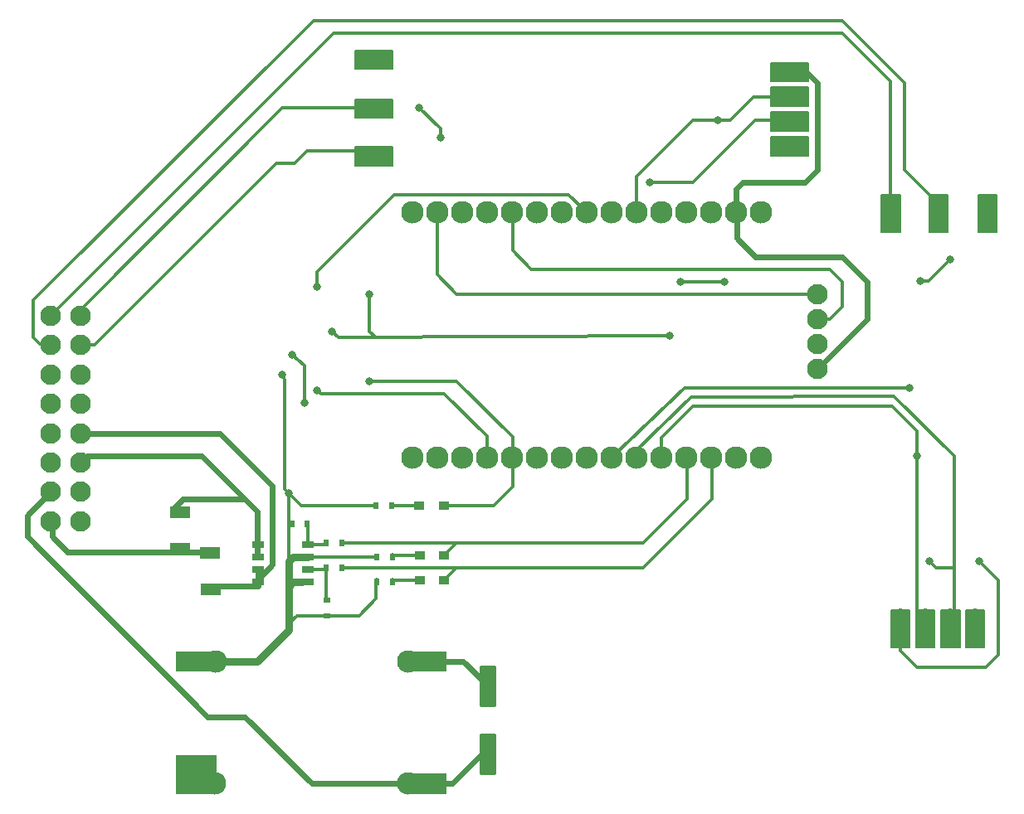
<source format=gbr>
%FSLAX34Y34*%
%MOMM*%
%LNCOPPER_TOP*%
G71*
G01*
%ADD10C, 0.00*%
%ADD11C, 2.30*%
%ADD12C, 2.10*%
%ADD13C, 0.40*%
%ADD14R, 2.00X1.30*%
%ADD15R, 1.27X0.65*%
%ADD16C, 0.30*%
%ADD17R, 0.60X0.80*%
%ADD18R, 0.80X0.60*%
%ADD19C, 0.80*%
%ADD20C, 0.80*%
%ADD21C, 0.60*%
%ADD22C, 2.00*%
%ADD23C, 0.15*%
%ADD24R, 1.05X0.90*%
%LPD*%
G36*
X500247Y164916D02*
X460247Y164916D01*
X460247Y184916D01*
X500247Y184916D01*
X500247Y164916D01*
G37*
G54D10*
X500247Y164916D02*
X460247Y164916D01*
X460247Y184916D01*
X500247Y184916D01*
X500247Y164916D01*
G36*
X265297Y164916D02*
X225297Y164916D01*
X225297Y184916D01*
X265297Y184916D01*
X265297Y164916D01*
G37*
G54D10*
X265297Y164916D02*
X225297Y164916D01*
X225297Y184916D01*
X265297Y184916D01*
X265297Y164916D01*
G36*
X500247Y39822D02*
X460247Y39822D01*
X460247Y59822D01*
X500247Y59822D01*
X500247Y39822D01*
G37*
G54D10*
X500247Y39822D02*
X460247Y39822D01*
X460247Y59822D01*
X500247Y59822D01*
X500247Y39822D01*
G36*
X265297Y39822D02*
X225297Y39822D01*
X225297Y59822D01*
X265297Y59822D01*
X265297Y39822D01*
G37*
G54D10*
X265297Y39822D02*
X225297Y39822D01*
X225297Y59822D01*
X265297Y59822D01*
X265297Y39822D01*
X461798Y49947D02*
G54D11*
D03*
X265217Y174796D02*
G54D11*
D03*
X462067Y174796D02*
G54D11*
D03*
G36*
X265297Y58872D02*
X225297Y58872D01*
X225297Y78872D01*
X265297Y78872D01*
X265297Y58872D01*
G37*
G54D10*
X265297Y58872D02*
X225297Y58872D01*
X225297Y78872D01*
X265297Y78872D01*
X265297Y58872D01*
X264948Y49947D02*
G54D11*
D03*
X97310Y527600D02*
G54D12*
D03*
X127310Y527600D02*
G54D12*
D03*
X97310Y497600D02*
G54D12*
D03*
X127310Y497600D02*
G54D12*
D03*
X97310Y467600D02*
G54D12*
D03*
X127310Y467600D02*
G54D12*
D03*
X97310Y437600D02*
G54D12*
D03*
X127310Y437600D02*
G54D12*
D03*
X97310Y407600D02*
G54D12*
D03*
X127310Y407600D02*
G54D12*
D03*
X97310Y377600D02*
G54D12*
D03*
X127310Y377600D02*
G54D12*
D03*
X97310Y347600D02*
G54D12*
D03*
X127310Y347600D02*
G54D12*
D03*
X97310Y317600D02*
G54D12*
D03*
X127310Y317600D02*
G54D12*
D03*
G36*
X536900Y168600D02*
X549600Y168600D01*
X549600Y143200D01*
X549600Y130500D01*
X536900Y130500D01*
X536900Y168600D01*
G37*
G54D10*
X536900Y168600D02*
X549600Y168600D01*
X549600Y143200D01*
X549600Y130500D01*
X536900Y130500D01*
X536900Y168600D01*
G54D13*
X536900Y130500D02*
X536900Y168600D01*
X549600Y168600D01*
X549600Y143200D01*
X549600Y130500D01*
X536900Y130500D01*
X821887Y632913D02*
G54D11*
D03*
X821887Y382913D02*
G54D11*
D03*
X796487Y632913D02*
G54D11*
D03*
X796487Y382913D02*
G54D11*
D03*
X771087Y632913D02*
G54D11*
D03*
X771087Y382913D02*
G54D11*
D03*
X745687Y632913D02*
G54D11*
D03*
X745687Y382913D02*
G54D11*
D03*
X720287Y632913D02*
G54D11*
D03*
X720287Y382913D02*
G54D11*
D03*
X694887Y632913D02*
G54D11*
D03*
X694887Y382913D02*
G54D11*
D03*
X669487Y632913D02*
G54D11*
D03*
X669487Y382913D02*
G54D11*
D03*
X644087Y632913D02*
G54D11*
D03*
X644087Y382913D02*
G54D11*
D03*
X618687Y632913D02*
G54D11*
D03*
X618687Y382913D02*
G54D11*
D03*
X593287Y632913D02*
G54D11*
D03*
X593288Y382913D02*
G54D11*
D03*
X567887Y632913D02*
G54D11*
D03*
X567887Y382913D02*
G54D11*
D03*
X542487Y632913D02*
G54D11*
D03*
X542487Y382913D02*
G54D11*
D03*
X517087Y632913D02*
G54D11*
D03*
X517087Y382913D02*
G54D11*
D03*
X491687Y632913D02*
G54D11*
D03*
X491687Y382913D02*
G54D11*
D03*
X466287Y632913D02*
G54D11*
D03*
X466287Y382913D02*
G54D11*
D03*
X229470Y289284D02*
G54D14*
D03*
X229370Y326884D02*
G54D14*
D03*
X260051Y285710D02*
G54D14*
D03*
X260151Y248110D02*
G54D14*
D03*
X359600Y293800D02*
G54D15*
D03*
X359600Y281100D02*
G54D15*
D03*
X359600Y268400D02*
G54D15*
D03*
X359600Y255700D02*
G54D15*
D03*
X308800Y255700D02*
G54D15*
D03*
X308800Y268400D02*
G54D15*
D03*
X308800Y281100D02*
G54D15*
D03*
X308800Y293800D02*
G54D15*
D03*
G54D16*
X359101Y268771D02*
X378151Y268771D01*
G54D16*
X360161Y294008D02*
X376654Y294180D01*
X359044Y315079D02*
G54D17*
D03*
X343144Y315079D02*
G54D17*
D03*
X394453Y295251D02*
G54D17*
D03*
X378552Y295251D02*
G54D17*
D03*
X394453Y269851D02*
G54D17*
D03*
X378552Y269851D02*
G54D17*
D03*
X378881Y221273D02*
G54D18*
D03*
X378881Y237174D02*
G54D18*
D03*
G54D19*
X353250Y255700D02*
X344600Y255700D01*
X340610Y251598D01*
X340050Y346400D02*
G54D20*
D03*
G54D21*
X222411Y324001D02*
X222411Y330361D01*
X232100Y340050D01*
X295600Y340050D01*
X308300Y327350D01*
X308300Y281600D01*
X308800Y281100D01*
G54D19*
X239817Y174796D02*
X308146Y174796D01*
X340050Y206700D01*
X340050Y276550D01*
X344611Y281110D01*
X359600Y281100D01*
G54D16*
X429693Y258120D02*
X428950Y257378D01*
X428950Y238450D01*
X411773Y221273D01*
X378881Y221273D01*
X348273Y221273D01*
X340050Y213050D01*
G54D16*
X394453Y269851D02*
X701651Y269851D01*
X771850Y340050D01*
X771850Y382150D01*
X771087Y382913D01*
G54D16*
X394453Y295251D02*
X701651Y295251D01*
X746450Y340050D01*
X746450Y382150D01*
X745687Y382913D01*
G54D16*
X333700Y467050D02*
X335597Y462597D01*
X335597Y350853D01*
X340050Y346400D01*
X340050Y276550D01*
G54D21*
X462067Y174796D02*
X518004Y174796D01*
X543250Y149550D01*
G54D21*
X97310Y347600D02*
X73350Y323640D01*
X73350Y301950D01*
X257500Y117800D01*
X295600Y117800D01*
X363453Y49947D01*
X461798Y49947D01*
X507022Y49822D01*
X536900Y79700D01*
G54D21*
X260611Y286401D02*
X114299Y286401D01*
X98750Y301950D01*
X98750Y316160D01*
X97310Y317600D01*
G54D21*
X308800Y255700D02*
X308800Y258000D01*
X323500Y273085D01*
X323500Y354096D01*
X270220Y407436D01*
X127310Y407600D01*
G54D16*
X359600Y293800D02*
X359600Y314523D01*
X359044Y315079D01*
G54D16*
X378552Y269851D02*
X378552Y238852D01*
X378150Y238450D01*
G54D21*
X295600Y340050D02*
X251150Y384500D01*
X134210Y384500D01*
X127310Y377600D01*
G54D16*
X740100Y562300D02*
X784550Y562300D01*
X740100Y562300D02*
G54D20*
D03*
X784550Y562300D02*
G54D20*
D03*
G54D16*
X368799Y451001D02*
X373173Y447992D01*
X498800Y448000D01*
X542271Y404406D01*
X542316Y383157D01*
X368799Y451001D02*
G54D20*
D03*
G54D16*
X422600Y460700D02*
X511500Y460700D01*
X568650Y403550D01*
X568650Y383676D01*
X567887Y382913D01*
X568650Y382150D01*
X568650Y352750D01*
X549600Y333700D01*
X498100Y333700D01*
X422600Y460700D02*
G54D20*
D03*
X333700Y467050D02*
G54D20*
D03*
X841022Y751306D02*
G54D22*
D03*
X841022Y725906D02*
G54D22*
D03*
X841022Y700506D02*
G54D22*
D03*
X841022Y776706D02*
G54D22*
D03*
X433213Y739453D02*
G54D22*
D03*
X433213Y690325D02*
G54D22*
D03*
X432499Y789296D02*
G54D22*
D03*
G36*
X870159Y785949D02*
X870159Y766899D01*
X832059Y766899D01*
X832059Y785949D01*
X870159Y785949D01*
G37*
G54D10*
X870159Y785949D02*
X870159Y766899D01*
X832059Y766899D01*
X832059Y785949D01*
X870159Y785949D01*
G54D23*
X832059Y785949D02*
X870159Y785949D01*
X870159Y766899D01*
X832059Y766899D01*
X832059Y785949D01*
G36*
X870159Y761025D02*
X870159Y741975D01*
X832059Y741975D01*
X832059Y761025D01*
X870159Y761025D01*
G37*
G54D10*
X870159Y761025D02*
X870159Y741975D01*
X832059Y741975D01*
X832059Y761025D01*
X870159Y761025D01*
G54D23*
X832059Y761025D02*
X870159Y761025D01*
X870159Y741975D01*
X832059Y741975D01*
X832059Y761025D01*
G36*
X870159Y735387D02*
X870159Y716337D01*
X832059Y716337D01*
X832059Y735387D01*
X870159Y735387D01*
G37*
G54D10*
X870159Y735387D02*
X870159Y716337D01*
X832059Y716337D01*
X832059Y735387D01*
X870159Y735387D01*
G54D23*
X832059Y735387D02*
X870159Y735387D01*
X870159Y716337D01*
X832059Y716337D01*
X832059Y735387D01*
G36*
X870159Y709987D02*
X870159Y690937D01*
X832059Y690937D01*
X832059Y709987D01*
X870159Y709987D01*
G37*
G54D10*
X870159Y709987D02*
X870159Y690937D01*
X832059Y690937D01*
X832059Y709987D01*
X870159Y709987D01*
G54D23*
X832059Y709987D02*
X870159Y709987D01*
X870159Y690937D01*
X832059Y690937D01*
X832059Y709987D01*
G36*
X445947Y798649D02*
X445947Y779599D01*
X407847Y779599D01*
X407847Y798649D01*
X445947Y798649D01*
G37*
G54D10*
X445947Y798649D02*
X445947Y779599D01*
X407847Y779599D01*
X407847Y798649D01*
X445947Y798649D01*
G54D23*
X407847Y798649D02*
X445947Y798649D01*
X445947Y779599D01*
X407847Y779599D01*
X407847Y798649D01*
G36*
X445947Y748861D02*
X445947Y729811D01*
X407847Y729811D01*
X407847Y748861D01*
X445947Y748861D01*
G37*
G54D10*
X445947Y748861D02*
X445947Y729811D01*
X407847Y729811D01*
X407847Y748861D01*
X445947Y748861D01*
G54D23*
X407847Y748861D02*
X445947Y748861D01*
X445947Y729811D01*
X407847Y729811D01*
X407847Y748861D01*
G36*
X445947Y700086D02*
X445947Y681036D01*
X407847Y681036D01*
X407847Y700086D01*
X445947Y700086D01*
G37*
G54D10*
X445947Y700086D02*
X445947Y681036D01*
X407847Y681036D01*
X407847Y700086D01*
X445947Y700086D01*
G54D23*
X407847Y700086D02*
X445947Y700086D01*
X445947Y681036D01*
X407847Y681036D01*
X407847Y700086D01*
X1014976Y218174D02*
G54D22*
D03*
X989576Y218174D02*
G54D22*
D03*
X964176Y218174D02*
G54D22*
D03*
X1040376Y218174D02*
G54D22*
D03*
X1003124Y625983D02*
G54D22*
D03*
X953995Y625983D02*
G54D22*
D03*
X1052966Y626697D02*
G54D22*
D03*
G36*
X1049619Y189037D02*
X1030569Y189037D01*
X1030569Y227137D01*
X1049619Y227137D01*
X1049619Y189037D01*
G37*
G54D10*
X1049619Y189037D02*
X1030569Y189037D01*
X1030569Y227137D01*
X1049619Y227137D01*
X1049619Y189037D01*
G54D23*
X1049619Y227137D02*
X1049619Y189037D01*
X1030569Y189037D01*
X1030569Y227137D01*
X1049619Y227137D01*
G36*
X1024695Y189037D02*
X1005645Y189037D01*
X1005645Y227137D01*
X1024695Y227137D01*
X1024695Y189037D01*
G37*
G54D10*
X1024695Y189037D02*
X1005645Y189037D01*
X1005645Y227137D01*
X1024695Y227137D01*
X1024695Y189037D01*
G54D23*
X1024695Y227137D02*
X1024695Y189037D01*
X1005645Y189037D01*
X1005645Y227137D01*
X1024695Y227137D01*
G36*
X999057Y189037D02*
X980007Y189037D01*
X980007Y227136D01*
X999057Y227136D01*
X999057Y189037D01*
G37*
G54D10*
X999057Y189037D02*
X980007Y189037D01*
X980007Y227136D01*
X999057Y227136D01*
X999057Y189037D01*
G54D23*
X999057Y227136D02*
X999057Y189037D01*
X980007Y189037D01*
X980007Y227136D01*
X999057Y227136D01*
G36*
X973657Y189037D02*
X954607Y189037D01*
X954607Y227137D01*
X973657Y227136D01*
X973657Y189037D01*
G37*
G54D10*
X973657Y189037D02*
X954607Y189037D01*
X954607Y227137D01*
X973657Y227136D01*
X973657Y189037D01*
G54D23*
X973657Y227136D02*
X973657Y189037D01*
X954607Y189037D01*
X954607Y227137D01*
X973657Y227136D01*
G36*
X1062319Y613249D02*
X1043269Y613249D01*
X1043269Y651349D01*
X1062319Y651349D01*
X1062319Y613249D01*
G37*
G54D10*
X1062319Y613249D02*
X1043269Y613249D01*
X1043269Y651349D01*
X1062319Y651349D01*
X1062319Y613249D01*
G54D23*
X1062319Y651349D02*
X1062319Y613249D01*
X1043269Y613249D01*
X1043269Y651349D01*
X1062319Y651349D01*
G36*
X1012532Y613249D02*
X993482Y613249D01*
X993481Y651349D01*
X1012531Y651349D01*
X1012532Y613249D01*
G37*
G54D10*
X1012532Y613249D02*
X993482Y613249D01*
X993481Y651349D01*
X1012531Y651349D01*
X1012532Y613249D01*
G54D23*
X1012531Y651349D02*
X1012532Y613249D01*
X993482Y613249D01*
X993481Y651349D01*
X1012531Y651349D01*
G36*
X963756Y613249D02*
X944706Y613249D01*
X944706Y651349D01*
X963756Y651349D01*
X963756Y613249D01*
G37*
G54D10*
X963756Y613249D02*
X944706Y613249D01*
X944706Y651349D01*
X963756Y651349D01*
X963756Y613249D01*
G54D23*
X963756Y651349D02*
X963756Y613249D01*
X944706Y613249D01*
X944706Y651349D01*
X963756Y651349D01*
G54D16*
X694887Y632913D02*
X694887Y669487D01*
X752800Y727400D01*
X790900Y727400D01*
X814389Y750872D01*
X841022Y751306D01*
G54D16*
X127310Y497600D02*
X142000Y497600D01*
X327350Y682950D01*
X346400Y682950D01*
X359100Y695650D01*
X414186Y695844D01*
G54D16*
X127310Y527600D02*
X127310Y533710D01*
X333700Y740100D01*
X413516Y740100D01*
G54D16*
X953995Y625983D02*
X953995Y767505D01*
X905200Y816300D01*
X403550Y816300D01*
X386131Y816494D01*
X97310Y527600D01*
G54D16*
X1003124Y625983D02*
X1003124Y642176D01*
X968700Y676600D01*
X968700Y765500D01*
X905200Y829000D01*
X365450Y829000D01*
X79700Y543250D01*
X79700Y505150D01*
X86050Y498800D01*
X96110Y498800D01*
G54D16*
X720287Y382913D02*
X720287Y402787D01*
X752800Y435300D01*
X956000Y435300D01*
X981400Y409900D01*
X981400Y226350D01*
X989576Y218174D01*
G54D16*
X694887Y382913D02*
X694887Y390087D01*
X750702Y444853D01*
X957748Y445202D01*
X1019500Y384500D01*
X1019500Y222698D01*
X1014976Y218174D01*
X879800Y549600D02*
G54D12*
D03*
X879800Y524200D02*
G54D12*
D03*
X879800Y498800D02*
G54D12*
D03*
X879800Y473400D02*
G54D12*
D03*
G54D16*
X491687Y632913D02*
X491687Y569413D01*
X511500Y549600D01*
X879800Y549600D01*
G54D16*
X879800Y524200D02*
X892500Y524200D01*
X905200Y536900D01*
X905200Y562300D01*
X892500Y575000D01*
X587700Y575000D01*
X568650Y594050D01*
X568650Y632150D01*
X567887Y632913D01*
G54D21*
X879800Y473400D02*
X930600Y524200D01*
X930600Y562300D01*
X905200Y587700D01*
X816300Y587700D01*
X797250Y606750D01*
X797250Y632150D01*
X796487Y632913D01*
X796487Y656787D01*
X803600Y663900D01*
X867100Y663900D01*
X879800Y676600D01*
X879800Y765500D01*
X867100Y778200D01*
X842516Y778200D01*
X841022Y776706D01*
G54D16*
X728641Y506811D02*
X390850Y505150D01*
X384500Y511500D01*
X384500Y511500D02*
G54D20*
D03*
X343399Y487832D02*
G54D20*
D03*
G54D16*
X356099Y438301D02*
X356099Y476401D01*
X343399Y487832D01*
X345131Y486100D01*
X343399Y487832D01*
X356099Y438301D02*
G54D20*
D03*
G54D16*
X428950Y505150D02*
X422600Y511500D01*
X422600Y549600D01*
X422600Y549600D02*
G54D20*
D03*
G54D16*
X369064Y556775D02*
X369064Y572264D01*
X448000Y651200D01*
X625800Y651200D01*
X644087Y632913D01*
X369064Y556775D02*
G54D20*
D03*
X778200Y727400D02*
G54D20*
D03*
G54D16*
X495031Y709608D02*
X495031Y718469D01*
X473400Y740100D01*
X473400Y740100D02*
G54D20*
D03*
X495031Y709608D02*
G54D20*
D03*
G54D16*
X983999Y563249D02*
X992860Y563249D01*
X1014490Y584880D01*
X1014490Y584880D02*
G54D20*
D03*
X983999Y563249D02*
G54D20*
D03*
G54D16*
X964176Y218174D02*
X964176Y185824D01*
X981400Y168600D01*
X1051250Y168600D01*
X1063950Y181300D01*
X1063950Y257500D01*
X1044900Y276550D01*
X1044900Y276550D02*
G54D20*
D03*
G54D16*
X1019500Y270200D02*
X1000450Y270200D01*
X994100Y276550D01*
X994100Y276550D02*
G54D20*
D03*
G54D16*
X971712Y453573D02*
X743778Y453707D01*
X669487Y382913D01*
X973554Y454194D02*
G54D20*
D03*
X981400Y384500D02*
G54D20*
D03*
X728641Y506811D02*
G54D20*
D03*
X445593Y255586D02*
G54D17*
D03*
X429693Y255586D02*
G54D17*
D03*
X473740Y257771D02*
G54D24*
D03*
X498440Y257771D02*
G54D24*
D03*
G54D16*
X524540Y269687D02*
X511140Y269687D01*
X498440Y256987D01*
G54D16*
X473740Y257771D02*
X445942Y257771D01*
X445593Y258120D01*
X445253Y333351D02*
G54D17*
D03*
X429352Y333351D02*
G54D17*
D03*
X473400Y333700D02*
G54D24*
D03*
X498100Y333700D02*
G54D24*
D03*
G54D16*
X445253Y333351D02*
X473051Y333351D01*
X473400Y333700D01*
G54D16*
X429352Y333351D02*
X353099Y333351D01*
X340050Y346400D01*
X445593Y280986D02*
G54D17*
D03*
X429693Y280986D02*
G54D17*
D03*
X473740Y283171D02*
G54D24*
D03*
X498440Y283171D02*
G54D24*
D03*
G54D16*
X524540Y295087D02*
X511140Y295087D01*
X498440Y282387D01*
G54D16*
X473740Y283171D02*
X445942Y283171D01*
X445593Y283520D01*
G54D16*
X429693Y280986D02*
X359714Y280986D01*
X359600Y281100D01*
X543250Y136850D02*
G54D20*
D03*
X543250Y149550D02*
G54D20*
D03*
X542707Y163449D02*
G54D20*
D03*
X543250Y67000D02*
G54D20*
D03*
X543250Y79700D02*
G54D20*
D03*
X543250Y92400D02*
G54D20*
D03*
G36*
X536900Y98750D02*
X549600Y98750D01*
X549600Y73350D01*
X549600Y60650D01*
X536900Y60650D01*
X536900Y98750D01*
G37*
G54D10*
X536900Y98750D02*
X549600Y98750D01*
X549600Y73350D01*
X549600Y60650D01*
X536900Y60650D01*
X536900Y98750D01*
G54D13*
X536900Y60650D02*
X536900Y98750D01*
X549600Y98750D01*
X549600Y73350D01*
X549600Y60650D01*
X536900Y60650D01*
G54D21*
X268089Y251398D02*
X308481Y251398D01*
X308434Y266796D01*
G54D16*
X708350Y663900D02*
X752800Y663900D01*
X816300Y727400D01*
X839528Y727400D01*
X841022Y725906D01*
X708350Y663900D02*
G54D20*
D03*
M02*

</source>
